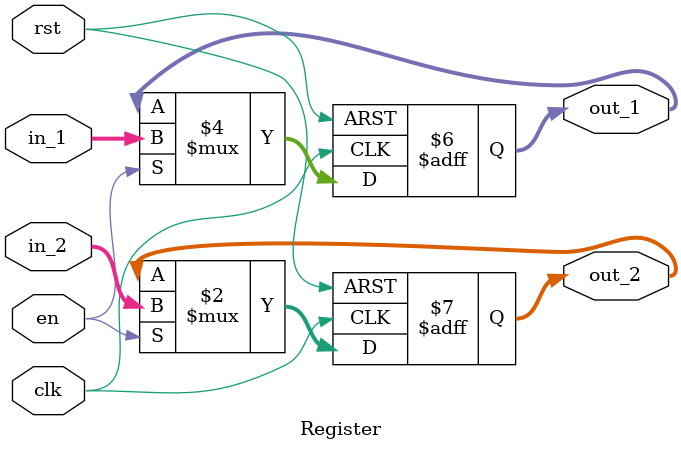
<source format=v>
module Register (  
    input [N-1:0] in_1,  
    input [N-1:0] in_2,  
    input clk, en, rst,  
    output reg [N-1:0] out_1,  
    output reg [N-1:0] out_2  
);  
    parameter N = 32;  

    always @(posedge clk or posedge rst) begin  
        if (rst) begin  
            out_1 <= {N{1'b0}};  
            out_2 <= {N{1'b0}};  
        end  
        else if (en) begin  
            out_1 <= in_1;  
            out_2 <= in_2;  
        end  
        // else: outputs retain their values (implicit)  
    end  
endmodule  
</source>
